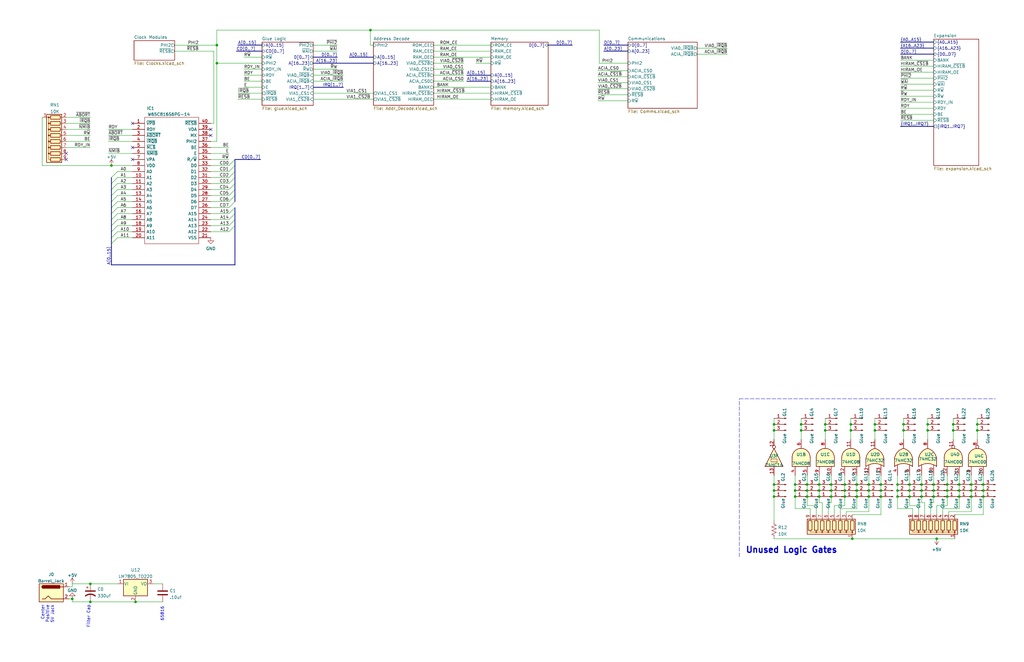
<source format=kicad_sch>
(kicad_sch (version 20211123) (generator eeschema)
  (paper "USLedger")
  (title_block (title "NEON Sunrise 65816 Mainboard") (date "2022-02-09") (rev "0.0") (comment 2 "Licensed under CERN-OHL-W v2") (comment 3 "https://github.com/Chef-Tom/NS65816") (comment 4 "Thomas Mottl"))
  (lib_symbols
    (symbol "74xx:74LS00" (pin_names (offset 1.016))
      (property "Reference" "U" (at 0 1.27 0))
      (property "Value" "74LS00" (at 0 -1.27 0))
      (symbol "74LS00_1_1"
        (pin input line (at -7.62 2.54 0) (length 3.81) (name "~") (number "1"))
        (pin input line (at -7.62 -2.54 0) (length 3.81) (name "~") (number "2"))
        (pin output inverted (at 7.62 0 180) (length 3.81) (name "~") (number "3"))
      )
      (symbol "74LS00_1_2"
        (pin input inverted (at -7.62 2.54 0) (length 4.318) (name "~") (number "1"))
        (pin input inverted (at -7.62 -2.54 0) (length 4.318) (name "~") (number "2"))
        (pin output line (at 7.62 0 180) (length 3.81) (name "~") (number "3"))
      )
      (symbol "74LS00_2_1"
        (pin input line (at -7.62 2.54 0) (length 3.81) (name "~") (number "4"))
        (pin input line (at -7.62 -2.54 0) (length 3.81) (name "~") (number "5"))
        (pin output inverted (at 7.62 0 180) (length 3.81) (name "~") (number "6"))
      )
      (symbol "74LS00_2_2"
        (pin input inverted (at -7.62 2.54 0) (length 4.318) (name "~") (number "4"))
        (pin input inverted (at -7.62 -2.54 0) (length 4.318) (name "~") (number "5"))
        (pin output line (at 7.62 0 180) (length 3.81) (name "~") (number "6"))
      )
      (symbol "74LS00_3_1"
        (pin input line (at -7.62 -2.54 0) (length 3.81) (name "~") (number "10"))
        (pin output inverted (at 7.62 0 180) (length 3.81) (name "~") (number "8"))
        (pin input line (at -7.62 2.54 0) (length 3.81) (name "~") (number "9"))
      )
      (symbol "74LS00_3_2"
        (pin input inverted (at -7.62 -2.54 0) (length 4.318) (name "~") (number "10"))
        (pin output line (at 7.62 0 180) (length 3.81) (name "~") (number "8"))
        (pin input inverted (at -7.62 2.54 0) (length 4.318) (name "~") (number "9"))
      )
      (symbol "74LS00_4_1"
        (pin output inverted (at 7.62 0 180) (length 3.81) (name "~") (number "11"))
        (pin input line (at -7.62 2.54 0) (length 3.81) (name "~") (number "12"))
        (pin input line (at -7.62 -2.54 0) (length 3.81) (name "~") (number "13"))
      )
      (symbol "74LS00_4_2"
        (pin output line (at 7.62 0 180) (length 3.81) (name "~") (number "11"))
        (pin input inverted (at -7.62 2.54 0) (length 4.318) (name "~") (number "12"))
        (pin input inverted (at -7.62 -2.54 0) (length 4.318) (name "~") (number "13"))
      )
      (symbol "74LS00_5_0"
        (pin power_in line (at 0 12.7 270) (length 5.08) (name "VCC") (number "14"))
        (pin power_in line (at 0 -12.7 90) (length 5.08) (name "GND") (number "7"))
      )
    )
    (symbol "74xx:74LS08" (pin_names (offset 1.016))
      (property "Reference" "U" (at 0 1.27 0))
      (property "Value" "74LS08" (at 0 -1.27 0))
      (symbol "74LS08_1_1"
        (pin input line (at -7.62 2.54 0) (length 3.81) (name "~") (number "1"))
        (pin input line (at -7.62 -2.54 0) (length 3.81) (name "~") (number "2"))
        (pin output line (at 7.62 0 180) (length 3.81) (name "~") (number "3"))
      )
      (symbol "74LS08_1_2"
        (pin input inverted (at -7.62 2.54 0) (length 4.318) (name "~") (number "1"))
        (pin input inverted (at -7.62 -2.54 0) (length 4.318) (name "~") (number "2"))
        (pin output inverted (at 7.62 0 180) (length 3.81) (name "~") (number "3"))
      )
      (symbol "74LS08_2_1"
        (pin input line (at -7.62 2.54 0) (length 3.81) (name "~") (number "4"))
        (pin input line (at -7.62 -2.54 0) (length 3.81) (name "~") (number "5"))
        (pin output line (at 7.62 0 180) (length 3.81) (name "~") (number "6"))
      )
      (symbol "74LS08_2_2"
        (pin input inverted (at -7.62 2.54 0) (length 4.318) (name "~") (number "4"))
        (pin input inverted (at -7.62 -2.54 0) (length 4.318) (name "~") (number "5"))
        (pin output inverted (at 7.62 0 180) (length 3.81) (name "~") (number "6"))
      )
      (symbol "74LS08_3_1"
        (pin input line (at -7.62 -2.54 0) (length 3.81) (name "~") (number "10"))
        (pin output line (at 7.62 0 180) (length 3.81) (name "~") (number "8"))
        (pin input line (at -7.62 2.54 0) (length 3.81) (name "~") (number "9"))
      )
      (symbol "74LS08_3_2"
        (pin input inverted (at -7.62 -2.54 0) (length 4.318) (name "~") (number "10"))
        (pin output inverted (at 7.62 0 180) (length 3.81) (name "~") (number "8"))
        (pin input inverted (at -7.62 2.54 0) (length 4.318) (name "~") (number "9"))
      )
      (symbol "74LS08_4_1"
        (pin output line (at 7.62 0 180) (length 3.81) (name "~") (number "11"))
        (pin input line (at -7.62 2.54 0) (length 3.81) (name "~") (number "12"))
        (pin input line (at -7.62 -2.54 0) (length 3.81) (name "~") (number "13"))
      )
      (symbol "74LS08_4_2"
        (pin output inverted (at 7.62 0 180) (length 3.81) (name "~") (number "11"))
        (pin input inverted (at -7.62 2.54 0) (length 4.318) (name "~") (number "12"))
        (pin input inverted (at -7.62 -2.54 0) (length 4.318) (name "~") (number "13"))
      )
      (symbol "74LS08_5_0"
        (pin power_in line (at 0 12.7 270) (length 5.08) (name "VCC") (number "14"))
        (pin power_in line (at 0 -12.7 90) (length 5.08) (name "GND") (number "7"))
      )
    )
    (symbol "74xx:74LS14" (pin_names (offset 1.016))
      (property "Reference" "U" (at 0 1.27 0))
      (property "Value" "74LS14" (at 0 -1.27 0))
      (symbol "74LS14_1_0"
        (pin input line (at -7.62 0 0) (length 3.81) (name "~") (number "1"))
        (pin output inverted (at 7.62 0 180) (length 3.81) (name "~") (number "2"))
      )
      (symbol "74LS14_2_0"
        (pin input line (at -7.62 0 0) (length 3.81) (name "~") (number "3"))
        (pin output inverted (at 7.62 0 180) (length 3.81) (name "~") (number "4"))
      )
      (symbol "74LS14_3_0"
        (pin input line (at -7.62 0 0) (length 3.81) (name "~") (number "5"))
        (pin output inverted (at 7.62 0 180) (length 3.81) (name "~") (number "6"))
      )
      (symbol "74LS14_4_0"
        (pin output inverted (at 7.62 0 180) (length 3.81) (name "~") (number "8"))
        (pin input line (at -7.62 0 0) (length 3.81) (name "~") (number "9"))
      )
      (symbol "74LS14_5_0"
        (pin output inverted (at 7.62 0 180) (length 3.81) (name "~") (number "10"))
        (pin input line (at -7.62 0 0) (length 3.81) (name "~") (number "11"))
      )
      (symbol "74LS14_6_0"
        (pin output inverted (at 7.62 0 180) (length 3.81) (name "~") (number "12"))
        (pin input line (at -7.62 0 0) (length 3.81) (name "~") (number "13"))
      )
      (symbol "74LS14_7_0"
        (pin power_in line (at 0 12.7 270) (length 5.08) (name "VCC") (number "14"))
        (pin power_in line (at 0 -12.7 90) (length 5.08) (name "GND") (number "7"))
      )
    )
    (symbol "74xx:74LS32" (pin_names (offset 1.016))
      (property "Reference" "U" (at 0 1.27 0))
      (property "Value" "74LS32" (at 0 -1.27 0))
      (symbol "74LS32_1_1"
        (pin input line (at -7.62 2.54 0) (length 4.318) (name "~") (number "1"))
        (pin input line (at -7.62 -2.54 0) (length 4.318) (name "~") (number "2"))
        (pin output line (at 7.62 0 180) (length 3.81) (name "~") (number "3"))
      )
      (symbol "74LS32_1_2"
        (pin input inverted (at -7.62 2.54 0) (length 3.81) (name "~") (number "1"))
        (pin input inverted (at -7.62 -2.54 0) (length 3.81) (name "~") (number "2"))
        (pin output inverted (at 7.62 0 180) (length 3.81) (name "~") (number "3"))
      )
      (symbol "74LS32_2_1"
        (pin input line (at -7.62 2.54 0) (length 4.318) (name "~") (number "4"))
        (pin input line (at -7.62 -2.54 0) (length 4.318) (name "~") (number "5"))
        (pin output line (at 7.62 0 180) (length 3.81) (name "~") (number "6"))
      )
      (symbol "74LS32_2_2"
        (pin input inverted (at -7.62 2.54 0) (length 3.81) (name "~") (number "4"))
        (pin input inverted (at -7.62 -2.54 0) (length 3.81) (name "~") (number "5"))
        (pin output inverted (at 7.62 0 180) (length 3.81) (name "~") (number "6"))
      )
      (symbol "74LS32_3_1"
        (pin input line (at -7.62 -2.54 0) (length 4.318) (name "~") (number "10"))
        (pin output line (at 7.62 0 180) (length 3.81) (name "~") (number "8"))
        (pin input line (at -7.62 2.54 0) (length 4.318) (name "~") (number "9"))
      )
      (symbol "74LS32_3_2"
        (pin input inverted (at -7.62 -2.54 0) (length 3.81) (name "~") (number "10"))
        (pin output inverted (at 7.62 0 180) (length 3.81) (name "~") (number "8"))
        (pin input inverted (at -7.62 2.54 0) (length 3.81) (name "~") (number "9"))
      )
      (symbol "74LS32_4_1"
        (pin output line (at 7.62 0 180) (length 3.81) (name "~") (number "11"))
        (pin input line (at -7.62 2.54 0) (length 4.318) (name "~") (number "12"))
        (pin input line (at -7.62 -2.54 0) (length 4.318) (name "~") (number "13"))
      )
      (symbol "74LS32_4_2"
        (pin output inverted (at 7.62 0 180) (length 3.81) (name "~") (number "11"))
        (pin input inverted (at -7.62 2.54 0) (length 3.81) (name "~") (number "12"))
        (pin input inverted (at -7.62 -2.54 0) (length 3.81) (name "~") (number "13"))
      )
      (symbol "74LS32_5_0"
        (pin power_in line (at 0 12.7 270) (length 5.08) (name "VCC") (number "14"))
        (pin power_in line (at 0 -12.7 90) (length 5.08) (name "GND") (number "7"))
      )
    )
    (symbol "Connector:Barrel_Jack" (pin_names (offset 1.016))
      (property "Reference" "J" (at 0 5.334 0))
      (property "Value" "Barrel_Jack" (at 0 -5.08 0))
      (symbol "Barrel_Jack_1_1"
        (pin passive line (at 7.62 2.54 180) (length 2.54) (name "~") (number "1"))
        (pin passive line (at 7.62 -2.54 180) (length 2.54) (name "~") (number "2"))
      )
    )
    (symbol "Connector:Conn_01x03_Male" (pin_names (offset 1.016) hide)
      (property "Reference" "J" (at 0 5.08 0))
      (property "Value" "Conn_01x03_Male" (at 0 -5.08 0))
      (symbol "Conn_01x03_Male_1_1"
        (pin passive line (at 5.08 2.54 180) (length 3.81) (name "Pin_1") (number "1"))
        (pin passive line (at 5.08 0 180) (length 3.81) (name "Pin_2") (number "2"))
        (pin passive line (at 5.08 -2.54 180) (length 3.81) (name "Pin_3") (number "3"))
      )
    )
    (symbol "Device:C" (pin_numbers hide) (pin_names (offset 0.254))
      (property "Reference" "C" (at 0.635 2.54 0))
      (property "Value" "C" (at 0.635 -2.54 0))
      (symbol "C_1_1"
        (pin passive line (at 0 3.81 270) (length 2.794) (name "~") (number "1"))
        (pin passive line (at 0 -3.81 90) (length 2.794) (name "~") (number "2"))
      )
    )
    (symbol "Device:C_Polarized_US" (pin_numbers hide) (pin_names (offset 0.254) hide)
      (property "Reference" "C" (at 0.635 2.54 0))
      (property "Value" "C_Polarized_US" (at 0.635 -2.54 0))
      (symbol "C_Polarized_US_1_1"
        (pin passive line (at 0 3.81 270) (length 2.794) (name "~") (number "1"))
        (pin passive line (at 0 -3.81 90) (length 3.302) (name "~") (number "2"))
      )
    )
    (symbol "Device:R_Network08" (pin_names (offset 0) hide)
      (property "Reference" "RN" (at -12.7 0 90))
      (property "Value" "R_Network08" (at 10.16 0 90))
      (symbol "R_Network08_1_1"
        (pin passive line (at -10.16 5.08 270) (length 2.54) (name "common") (number "1"))
        (pin passive line (at -10.16 -5.08 90) (length 1.27) (name "R1") (number "2"))
        (pin passive line (at -7.62 -5.08 90) (length 1.27) (name "R2") (number "3"))
        (pin passive line (at -5.08 -5.08 90) (length 1.27) (name "R3") (number "4"))
        (pin passive line (at -2.54 -5.08 90) (length 1.27) (name "R4") (number "5"))
        (pin passive line (at 0 -5.08 90) (length 1.27) (name "R5") (number "6"))
        (pin passive line (at 2.54 -5.08 90) (length 1.27) (name "R6") (number "7"))
        (pin passive line (at 5.08 -5.08 90) (length 1.27) (name "R7") (number "8"))
        (pin passive line (at 7.62 -5.08 90) (length 1.27) (name "R8") (number "9"))
      )
    )
    (symbol "Device:R_US" (pin_numbers hide) (pin_names (offset 0))
      (property "Reference" "R" (at 2.54 0 90))
      (property "Value" "R_US" (at -2.54 0 90))
      (symbol "R_US_1_1"
        (pin passive line (at 0 3.81 270) (length 1.27) (name "~") (number "1"))
        (pin passive line (at 0 -3.81 90) (length 1.27) (name "~") (number "2"))
      )
    )
    (symbol "Regulator_Linear:LM7805_TO220" (pin_names (offset 0.254))
      (property "Reference" "U" (at -3.81 3.175 0))
      (property "Value" "LM7805_TO220" (at 0 3.175 0))
      (symbol "LM7805_TO220_1_1"
        (pin power_in line (at -7.62 0 0) (length 2.54) (name "VI") (number "1"))
        (pin power_in line (at 0 -7.62 90) (length 2.54) (name "GND") (number "2"))
        (pin power_out line (at 7.62 0 180) (length 2.54) (name "VO") (number "3"))
      )
    )
    (symbol "W65C816S6PG-14:W65C816S6PG-14" (pin_names (offset 0.762))
      (property "Reference" "IC" (at 29.21 7.62 0))
      (property "Value" "W65C816S6PG-14" (at 29.21 5.08 0))
      (symbol "W65C816S6PG-14_0_0"
        (pin output line (at 0 0 0) (length 5.08) (name "~{VPB}") (number "1"))
        (pin output line (at 0 -22.86 0) (length 5.08) (name "A1") (number "10"))
        (pin output line (at 0 -25.4 0) (length 5.08) (name "A2") (number "11"))
        (pin output line (at 0 -27.94 0) (length 5.08) (name "A3") (number "12"))
        (pin output line (at 0 -30.48 0) (length 5.08) (name "A4") (number "13"))
        (pin output line (at 0 -33.02 0) (length 5.08) (name "A5") (number "14"))
        (pin output line (at 0 -35.56 0) (length 5.08) (name "A6") (number "15"))
        (pin output line (at 0 -38.1 0) (length 5.08) (name "A7") (number "16"))
        (pin output line (at 0 -40.64 0) (length 5.08) (name "A8") (number "17"))
        (pin output line (at 0 -43.18 0) (length 5.08) (name "A9") (number "18"))
        (pin output line (at 0 -45.72 0) (length 5.08) (name "A10") (number "19"))
        (pin bidirectional line (at 0 -2.54 0) (length 5.08) (name "RDY") (number "2"))
        (pin output line (at 0 -48.26 0) (length 5.08) (name "A11") (number "20"))
        (pin power_in line (at 33.02 -48.26 180) (length 5.08) (name "VSS") (number "21"))
        (pin output line (at 33.02 -45.72 180) (length 5.08) (name "A12") (number "22"))
        (pin output line (at 33.02 -43.18 180) (length 5.08) (name "A13") (number "23"))
        (pin output line (at 33.02 -40.64 180) (length 5.08) (name "A14") (number "24"))
        (pin output line (at 33.02 -38.1 180) (length 5.08) (name "A15") (number "25"))
        (pin bidirectional line (at 33.02 -35.56 180) (length 5.08) (name "D7") (number "26"))
        (pin bidirectional line (at 33.02 -33.02 180) (length 5.08) (name "D6") (number "27"))
        (pin bidirectional line (at 33.02 -30.48 180) (length 5.08) (name "D5") (number "28"))
        (pin bidirectional line (at 33.02 -27.94 180) (length 5.08) (name "D4") (number "29"))
        (pin input line (at 0 -5.08 0) (length 5.08) (name "~{ABORT}") (number "3"))
        (pin bidirectional line (at 33.02 -25.4 180) (length 5.08) (name "D3") (number "30"))
        (pin bidirectional line (at 33.02 -22.86 180) (length 5.08) (name "D2") (number "31"))
        (pin bidirectional line (at 33.02 -20.32 180) (length 5.08) (name "D1") (number "32"))
        (pin bidirectional line (at 33.02 -17.78 180) (length 5.08) (name "D0") (number "33"))
        (pin output line (at 33.02 -15.24 180) (length 5.08) (name "R/~{W}") (number "34"))
        (pin output line (at 33.02 -12.7 180) (length 5.08) (name "E") (number "35"))
        (pin input line (at 33.02 -10.16 180) (length 5.08) (name "BE") (number "36"))
        (pin input line (at 33.02 -7.62 180) (length 5.08) (name "PHI2") (number "37"))
        (pin output line (at 33.02 -5.08 180) (length 5.08) (name "MX") (number "38"))
        (pin output line (at 33.02 -2.54 180) (length 5.08) (name "VDA") (number "39"))
        (pin input line (at 0 -7.62 0) (length 5.08) (name "~{IRQB}") (number "4"))
        (pin input line (at 33.02 0 180) (length 5.08) (name "~{RESB}") (number "40"))
        (pin output line (at 0 -10.16 0) (length 5.08) (name "~{MLB}") (number "5"))
        (pin input line (at 0 -12.7 0) (length 5.08) (name "~{NMIB}") (number "6"))
        (pin output line (at 0 -15.24 0) (length 5.08) (name "VPA") (number "7"))
        (pin power_in line (at 0 -17.78 0) (length 5.08) (name "VDD") (number "8"))
        (pin output line (at 0 -20.32 0) (length 5.08) (name "A0") (number "9"))
      )
    )
    (symbol "power:+5V" (power) (pin_names (offset 0))
      (property "Value" "+5V" (at 0 3.556 0))
      (symbol "+5V_1_1"
        (pin power_in line (at 0 0 90) (length 0) hide (name "+5V") (number "1"))
      )
    )
    (symbol "power:GND" (power) (pin_names (offset 0))
      (property "Value" "GND" (at 0 -3.81 0))
      (symbol "GND_1_1"
        (pin power_in line (at 0 0 270) (length 0) hide (name "GND") (number "1"))
      )
    )
  )
  (junction (at 404.495 207.01))
  (junction (at 358.775 179.07))
  (junction (at 91.44 19.05))
  (junction (at 335.28 209.55))
  (junction (at 393.7 209.55))
  (junction (at 414.655 204.47))
  (junction (at 412.115 179.07))
  (junction (at 368.935 179.07))
  (junction (at 326.39 179.07))
  (junction (at 345.44 207.01))
  (junction (at 401.955 179.07))
  (junction (at 383.54 209.55))
  (junction (at 378.46 207.01))
  (junction (at 350.52 204.47))
  (junction (at 38.1 246.38))
  (junction (at 57.15 254))
  (junction (at 388.62 207.01))
  (junction (at 388.62 204.47))
  (junction (at 414.655 207.01))
  (junction (at 371.475 207.01))
  (junction (at 393.7 207.01))
  (junction (at 391.16 179.07))
  (junction (at 356.235 204.47))
  (junction (at 414.655 209.55))
  (junction (at 361.315 209.55))
  (junction (at 358.775 181.61))
  (junction (at 366.395 209.55))
  (junction (at 391.16 181.61))
  (junction (at 409.575 204.47))
  (junction (at 347.98 181.61))
  (junction (at 409.575 209.55))
  (junction (at 371.475 204.47))
  (junction (at 366.395 204.47))
  (junction (at 91.44 26.67))
  (junction (at 399.415 204.47))
  (junction (at 366.395 207.01))
  (junction (at 340.36 204.47))
  (junction (at 361.315 204.47))
  (junction (at 394.97 227.33))
  (junction (at 388.62 209.55))
  (junction (at 326.39 181.61))
  (junction (at 347.98 179.07))
  (junction (at 371.475 209.55))
  (junction (at 350.52 207.01))
  (junction (at 340.36 209.55))
  (junction (at 326.39 209.55))
  (junction (at 378.46 204.47))
  (junction (at 359.41 227.33))
  (junction (at 335.28 204.47))
  (junction (at 381 181.61))
  (junction (at 345.44 204.47))
  (junction (at 326.39 204.47))
  (junction (at 383.54 204.47))
  (junction (at 404.495 209.55))
  (junction (at 46.99 69.85))
  (junction (at 335.28 207.01))
  (junction (at 393.7 204.47))
  (junction (at 345.44 209.55))
  (junction (at 337.82 181.61))
  (junction (at 337.82 179.07))
  (junction (at 30.48 252.73))
  (junction (at 399.415 207.01))
  (junction (at 340.36 207.01))
  (junction (at 350.52 209.55))
  (junction (at 412.115 181.61))
  (junction (at 401.955 181.61))
  (junction (at 38.1 254))
  (junction (at 409.575 207.01))
  (junction (at 356.235 209.55))
  (junction (at 383.54 207.01))
  (junction (at 399.415 209.55))
  (junction (at 368.935 181.61))
  (junction (at 381 179.07))
  (junction (at 361.315 207.01))
  (junction (at 326.39 207.01))
  (junction (at 404.495 204.47))
  (junction (at 378.46 209.55))
  (junction (at 356.235 207.01))
  (junction (at 156.21 12.7))
  (no_connect (at 55.88 62.23))
  (no_connect (at 27.94 64.77))
  (no_connect (at 88.9 57.15))
  (no_connect (at 27.94 67.31))
  (no_connect (at 88.9 54.61))
  (no_connect (at 55.88 67.31))
  (no_connect (at 55.88 52.07))
  (bus_entry (at 96.52 87.63) (size 2.54 -2.54))
  (bus_entry (at 96.52 69.85) (size 2.54 -2.54))
  (bus_entry (at 96.52 82.55) (size 2.54 -2.54))
  (bus_entry (at 96.52 80.01) (size 2.54 -2.54))
  (bus_entry (at 96.52 77.47) (size 2.54 -2.54))
  (bus_entry (at 96.52 85.09) (size 2.54 -2.54))
  (bus_entry (at 96.52 74.93) (size 2.54 -2.54))
  (bus_entry (at 96.52 72.39) (size 2.54 -2.54))
  (bus_entry (at 49.53 90.17) (size -2.54 2.54))
  (bus_entry (at 49.53 92.71) (size -2.54 2.54))
  (bus_entry (at 49.53 100.33) (size -2.54 2.54))
  (bus_entry (at 49.53 95.25) (size -2.54 2.54))
  (bus_entry (at 49.53 97.79) (size -2.54 2.54))
  (bus_entry (at 49.53 80.01) (size -2.54 2.54))
  (bus_entry (at 49.53 82.55) (size -2.54 2.54))
  (bus_entry (at 49.53 85.09) (size -2.54 2.54))
  (bus_entry (at 49.53 87.63) (size -2.54 2.54))
  (bus_entry (at 49.53 77.47) (size -2.54 2.54))
  (bus_entry (at 49.53 74.93) (size -2.54 2.54))
  (bus_entry (at 49.53 72.39) (size -2.54 2.54))
  (bus_entry (at 99.06 95.25) (size -2.54 2.54))
  (bus_entry (at 99.06 92.71) (size -2.54 2.54))
  (bus_entry (at 99.06 90.17) (size -2.54 2.54))
  (bus_entry (at 99.06 87.63) (size -2.54 2.54))
  (wire (pts (xy 102.87 34.29) (xy 110.49 34.29)))
  (wire (pts (xy 392.43 217.17) (xy 392.43 212.09)))
  (wire (pts (xy 110.49 24.13) (xy 102.87 24.13)))
  (wire (pts (xy 326.39 209.55) (xy 326.39 219.71)))
  (wire (pts (xy 409.575 200.66) (xy 409.575 204.47)))
  (wire (pts (xy 49.53 82.55) (xy 55.88 82.55)))
  (wire (pts (xy 383.54 200.66) (xy 383.54 204.47)))
  (wire (pts (xy 326.39 176.53) (xy 326.39 179.07)))
  (wire (pts (xy 399.415 207.01) (xy 399.415 209.55)))
  (wire (pts (xy 361.315 214.63) (xy 361.315 209.55)))
  (wire (pts (xy 38.1 246.38) (xy 49.53 246.38)))
  (bus (pts (xy 99.06 67.31) (xy 99.06 69.85)))
  (wire (pts (xy 368.935 179.07) (xy 368.935 181.61)))
  (wire (pts (xy 182.88 41.91) (xy 207.01 41.91)))
  (wire (pts (xy 182.88 31.75) (xy 195.58 31.75)))
  (wire (pts (xy 394.97 217.17) (xy 394.97 213.36)))
  (wire (pts (xy 383.54 207.01) (xy 383.54 209.55)))
  (wire (pts (xy 88.9 77.47) (xy 96.52 77.47)))
  (bus (pts (xy 99.695 21.59) (xy 110.49 21.59)))
  (wire (pts (xy 132.08 31.75) (xy 144.78 31.75)))
  (wire (pts (xy 387.35 217.17) (xy 387.35 213.36)))
  (wire (pts (xy 345.44 212.09) (xy 345.44 209.55)))
  (wire (pts (xy 358.775 176.53) (xy 358.775 179.07)))
  (wire (pts (xy 350.52 200.66) (xy 350.52 204.47)))
  (wire (pts (xy 399.415 213.36) (xy 399.415 209.55)))
  (wire (pts (xy 371.475 207.01) (xy 371.475 209.55)))
  (wire (pts (xy 361.315 200.66) (xy 361.315 204.47)))
  (wire (pts (xy 337.82 179.07) (xy 337.82 181.61)))
  (wire (pts (xy 358.775 181.61) (xy 358.775 185.42)))
  (wire (pts (xy 393.7 212.09) (xy 393.7 209.55)))
  (wire (pts (xy 264.795 32.385) (xy 252.095 32.385)))
  (wire (pts (xy 402.59 217.17) (xy 414.655 217.17)))
  (wire (pts (xy 30.48 246.38) (xy 38.1 246.38)))
  (wire (pts (xy 182.88 24.13) (xy 207.01 24.13)))
  (wire (pts (xy 88.9 85.09) (xy 96.52 85.09)))
  (wire (pts (xy 399.415 204.47) (xy 399.415 207.01)))
  (wire (pts (xy 64.77 246.38) (xy 68.58 246.38)))
  (wire (pts (xy 90.17 52.07) (xy 90.17 21.59)))
  (wire (pts (xy 45.72 59.69) (xy 55.88 59.69)))
  (wire (pts (xy 182.88 29.21) (xy 195.58 29.21)))
  (wire (pts (xy 347.98 176.53) (xy 347.98 179.07)))
  (wire (pts (xy 349.25 212.09) (xy 350.52 212.09)))
  (wire (pts (xy 379.73 48.26) (xy 393.7 48.26)))
  (wire (pts (xy 378.46 214.63) (xy 378.46 209.55)))
  (wire (pts (xy 88.9 64.77) (xy 96.52 64.77)))
  (wire (pts (xy 361.315 207.01) (xy 361.315 209.55)))
  (wire (pts (xy 347.98 179.07) (xy 347.98 181.61)))
  (wire (pts (xy 356.87 217.17) (xy 356.87 215.9)))
  (wire (pts (xy 182.88 39.37) (xy 207.01 39.37)))
  (wire (pts (xy 49.53 77.47) (xy 55.88 77.47)))
  (bus (pts (xy 379.73 17.78) (xy 393.7 17.78)))
  (bus (pts (xy 196.85 31.75) (xy 207.01 31.75)))
  (wire (pts (xy 49.53 74.93) (xy 55.88 74.93)))
  (wire (pts (xy 252.73 12.7) (xy 156.21 12.7)))
  (wire (pts (xy 326.39 207.01) (xy 326.39 209.55)))
  (wire (pts (xy 391.16 179.07) (xy 391.16 181.61)))
  (wire (pts (xy 110.49 36.83) (xy 102.87 36.83)))
  (wire (pts (xy 200.66 26.67) (xy 207.01 26.67)))
  (wire (pts (xy 389.89 212.09) (xy 388.62 212.09)))
  (wire (pts (xy 294.005 22.86) (xy 306.705 22.86)))
  (wire (pts (xy 354.33 214.63) (xy 354.33 217.17)))
  (wire (pts (xy 57.15 254) (xy 68.58 254)))
  (wire (pts (xy 412.115 176.53) (xy 412.115 179.07)))
  (wire (pts (xy 371.475 217.17) (xy 371.475 209.55)))
  (bus (pts (xy 99.06 87.63) (xy 99.06 90.17)))
  (wire (pts (xy 49.53 72.39) (xy 55.88 72.39)))
  (wire (pts (xy 366.395 207.01) (xy 366.395 209.55)))
  (wire (pts (xy 340.36 204.47) (xy 340.36 207.01)))
  (wire (pts (xy 88.9 74.93) (xy 96.52 74.93)))
  (wire (pts (xy 344.17 217.17) (xy 344.17 213.36)))
  (wire (pts (xy 379.73 45.72) (xy 393.7 45.72)))
  (wire (pts (xy 337.82 176.53) (xy 337.82 179.07)))
  (wire (pts (xy 49.53 90.17) (xy 55.88 90.17)))
  (bus (pts (xy 99.06 77.47) (xy 99.06 80.01)))
  (wire (pts (xy 394.97 227.33) (xy 402.59 227.33)))
  (bus (pts (xy 100.33 19.05) (xy 110.49 19.05)))
  (wire (pts (xy 414.655 200.66) (xy 414.655 204.47)))
  (wire (pts (xy 404.495 207.01) (xy 404.495 209.55)))
  (wire (pts (xy 384.81 214.63) (xy 378.46 214.63)))
  (wire (pts (xy 73.66 21.59) (xy 90.17 21.59)))
  (wire (pts (xy 397.51 214.63) (xy 404.495 214.63)))
  (wire (pts (xy 326.39 200.66) (xy 326.39 204.47)))
  (wire (pts (xy 132.08 29.21) (xy 142.24 29.21)))
  (wire (pts (xy 391.16 176.53) (xy 391.16 179.07)))
  (wire (pts (xy 345.44 207.01) (xy 345.44 209.55)))
  (wire (pts (xy 378.46 207.01) (xy 378.46 209.55)))
  (wire (pts (xy 91.44 26.67) (xy 110.49 26.67)))
  (wire (pts (xy 132.08 19.05) (xy 142.24 19.05)))
  (bus (pts (xy 231.14 19.05) (xy 241.3 19.05)))
  (wire (pts (xy 110.49 29.21) (xy 102.87 29.21)))
  (bus (pts (xy 99.06 80.01) (xy 99.06 82.55)))
  (wire (pts (xy 381 179.07) (xy 381 181.61)))
  (bus (pts (xy 99.06 92.71) (xy 99.06 95.25)))
  (wire (pts (xy 350.52 207.01) (xy 350.52 209.55)))
  (wire (pts (xy 389.89 217.17) (xy 389.89 212.09)))
  (wire (pts (xy 412.115 181.61) (xy 412.115 185.42)))
  (wire (pts (xy 182.88 26.67) (xy 195.58 26.67)))
  (wire (pts (xy 391.16 181.61) (xy 391.16 185.42)))
  (wire (pts (xy 384.81 217.17) (xy 384.81 214.63)))
  (wire (pts (xy 347.98 181.61) (xy 347.98 185.42)))
  (wire (pts (xy 252.095 42.545) (xy 264.795 42.545)))
  (wire (pts (xy 356.235 213.36) (xy 356.235 209.55)))
  (wire (pts (xy 340.36 207.01) (xy 340.36 209.55)))
  (wire (pts (xy 394.97 213.36) (xy 399.415 213.36)))
  (bus (pts (xy 99.06 72.39) (xy 99.06 74.93)))
  (wire (pts (xy 38.1 54.61) (xy 27.94 54.61)))
  (wire (pts (xy 182.88 36.83) (xy 207.01 36.83)))
  (bus (pts (xy 46.99 87.63) (xy 46.99 90.17)))
  (wire (pts (xy 91.44 59.69) (xy 88.9 59.69)))
  (bus (pts (xy 393.7 53.34) (xy 379.73 53.34)))
  (wire (pts (xy 358.775 179.07) (xy 358.775 181.61)))
  (wire (pts (xy 412.115 179.07) (xy 412.115 181.61)))
  (wire (pts (xy 414.655 204.47) (xy 414.655 207.01)))
  (wire (pts (xy 379.73 27.94) (xy 393.7 27.94)))
  (wire (pts (xy 371.475 204.47) (xy 371.475 207.01)))
  (wire (pts (xy 393.7 40.64) (xy 379.73 40.64)))
  (wire (pts (xy 73.66 19.05) (xy 91.44 19.05)))
  (wire (pts (xy 341.63 217.17) (xy 341.63 214.63)))
  (wire (pts (xy 409.575 204.47) (xy 409.575 207.01)))
  (wire (pts (xy 49.53 95.25) (xy 55.88 95.25)))
  (wire (pts (xy 294.005 20.32) (xy 306.705 20.32)))
  (wire (pts (xy 368.935 181.61) (xy 368.935 185.42)))
  (bus (pts (xy 46.99 95.25) (xy 46.99 97.79)))
  (wire (pts (xy 264.795 37.465) (xy 252.095 37.465)))
  (bus (pts (xy 99.06 74.93) (xy 99.06 77.47)))
  (bus (pts (xy 46.99 102.87) (xy 46.99 111.76)))
  (wire (pts (xy 393.7 207.01) (xy 393.7 209.55)))
  (bus (pts (xy 254.635 19.05) (xy 264.795 19.05)))
  (wire (pts (xy 346.71 212.09) (xy 345.44 212.09)))
  (wire (pts (xy 38.1 52.07) (xy 27.94 52.07)))
  (wire (pts (xy 381 176.53) (xy 381 179.07)))
  (wire (pts (xy 354.33 214.63) (xy 361.315 214.63)))
  (bus (pts (xy 46.99 97.79) (xy 46.99 100.33)))
  (wire (pts (xy 388.62 207.01) (xy 388.62 209.55)))
  (wire (pts (xy 102.87 31.75) (xy 110.49 31.75)))
  (wire (pts (xy 399.415 200.66) (xy 399.415 204.47)))
  (bus (pts (xy 132.08 24.13) (xy 142.24 24.13)))
  (wire (pts (xy 27.94 62.23) (xy 38.1 62.23)))
  (wire (pts (xy 49.53 92.71) (xy 55.88 92.71)))
  (wire (pts (xy 252.73 26.67) (xy 252.73 12.7)))
  (wire (pts (xy 100.33 41.91) (xy 110.49 41.91)))
  (wire (pts (xy 345.44 204.47) (xy 345.44 207.01)))
  (wire (pts (xy 346.71 217.17) (xy 346.71 212.09)))
  (wire (pts (xy 366.395 215.9) (xy 366.395 209.55)))
  (wire (pts (xy 132.08 34.29) (xy 144.78 34.29)))
  (wire (pts (xy 132.08 41.91) (xy 157.48 41.91)))
  (wire (pts (xy 379.73 43.18) (xy 393.7 43.18)))
  (wire (pts (xy 182.88 19.05) (xy 207.01 19.05)))
  (polyline (pts (xy 311.785 234.95) (xy 311.785 168.275)))
  (wire (pts (xy 88.9 67.31) (xy 96.52 67.31)))
  (wire (pts (xy 88.9 92.71) (xy 96.52 92.71)))
  (wire (pts (xy 91.44 19.05) (xy 91.44 26.67)))
  (wire (pts (xy 88.9 90.17) (xy 96.52 90.17)))
  (bus (pts (xy 46.99 100.33) (xy 46.99 102.87)))
  (wire (pts (xy 27.94 57.15) (xy 38.1 57.15)))
  (wire (pts (xy 359.41 227.33) (xy 394.97 227.33)))
  (wire (pts (xy 45.72 54.61) (xy 55.88 54.61)))
  (bus (pts (xy 379.73 20.32) (xy 393.7 20.32)))
  (bus (pts (xy 254.635 21.59) (xy 264.795 21.59)))
  (wire (pts (xy 350.52 204.47) (xy 350.52 207.01)))
  (bus (pts (xy 99.06 67.31) (xy 109.855 67.31)))
  (wire (pts (xy 393.7 200.66) (xy 393.7 204.47)))
  (wire (pts (xy 356.235 207.01) (xy 356.235 209.55)))
  (bus (pts (xy 99.06 95.25) (xy 99.06 111.76)))
  (wire (pts (xy 366.395 204.47) (xy 366.395 207.01)))
  (wire (pts (xy 341.63 214.63) (xy 335.28 214.63)))
  (wire (pts (xy 400.05 215.9) (xy 409.575 215.9)))
  (wire (pts (xy 409.575 207.01) (xy 409.575 209.55)))
  (wire (pts (xy 361.315 204.47) (xy 361.315 207.01)))
  (polyline (pts (xy 311.785 168.275) (xy 419.735 168.275)))
  (wire (pts (xy 356.235 204.47) (xy 356.235 207.01)))
  (wire (pts (xy 350.52 212.09) (xy 350.52 209.55)))
  (wire (pts (xy 393.7 38.1) (xy 379.73 38.1)))
  (wire (pts (xy 91.44 26.67) (xy 91.44 59.69)))
  (wire (pts (xy 371.475 200.66) (xy 371.475 204.47)))
  (bus (pts (xy 46.99 80.01) (xy 46.99 82.55)))
  (wire (pts (xy 401.955 176.53) (xy 401.955 179.07)))
  (wire (pts (xy 30.48 254) (xy 38.1 254)))
  (wire (pts (xy 264.795 26.67) (xy 252.73 26.67)))
  (wire (pts (xy 88.9 69.85) (xy 96.52 69.85)))
  (wire (pts (xy 49.53 97.79) (xy 55.88 97.79)))
  (wire (pts (xy 414.655 217.17) (xy 414.655 209.55)))
  (wire (pts (xy 17.78 69.85) (xy 17.78 49.53)))
  (wire (pts (xy 387.35 213.36) (xy 383.54 213.36)))
  (wire (pts (xy 340.36 200.66) (xy 340.36 204.47)))
  (wire (pts (xy 88.9 82.55) (xy 96.52 82.55)))
  (wire (pts (xy 252.095 40.005) (xy 264.795 40.005)))
  (wire (pts (xy 400.05 217.17) (xy 400.05 215.9)))
  (bus (pts (xy 46.99 90.17) (xy 46.99 92.71)))
  (wire (pts (xy 368.935 176.53) (xy 368.935 179.07)))
  (wire (pts (xy 378.46 204.47) (xy 378.46 207.01)))
  (wire (pts (xy 381 181.61) (xy 381 185.42)))
  (wire (pts (xy 366.395 200.66) (xy 366.395 204.47)))
  (bus (pts (xy 46.99 111.76) (xy 99.06 111.76)))
  (wire (pts (xy 156.21 19.05) (xy 156.21 12.7)))
  (wire (pts (xy 404.495 200.66) (xy 404.495 204.47)))
  (wire (pts (xy 49.53 85.09) (xy 55.88 85.09)))
  (wire (pts (xy 326.39 181.61) (xy 326.39 185.42)))
  (wire (pts (xy 88.9 87.63) (xy 96.52 87.63)))
  (wire (pts (xy 351.79 213.36) (xy 356.235 213.36)))
  (wire (pts (xy 404.495 214.63) (xy 404.495 209.55)))
  (bus (pts (xy 46.99 74.93) (xy 46.99 77.47)))
  (wire (pts (xy 132.08 21.59) (xy 142.24 21.59)))
  (wire (pts (xy 182.88 34.29) (xy 195.58 34.29)))
  (bus (pts (xy 99.06 69.85) (xy 99.06 72.39)))
  (wire (pts (xy 29.21 252.73) (xy 30.48 252.73)))
  (wire (pts (xy 388.62 204.47) (xy 388.62 207.01)))
  (wire (pts (xy 30.48 252.73) (xy 30.48 254)))
  (bus (pts (xy 196.85 34.29) (xy 207.01 34.29)))
  (wire (pts (xy 392.43 212.09) (xy 393.7 212.09)))
  (wire (pts (xy 90.17 52.07) (xy 88.9 52.07)))
  (wire (pts (xy 335.28 214.63) (xy 335.28 209.55)))
  (wire (pts (xy 401.955 179.07) (xy 401.955 181.61)))
  (wire (pts (xy 38.1 254) (xy 57.15 254)))
  (wire (pts (xy 393.7 50.8) (xy 379.73 50.8)))
  (wire (pts (xy 356.87 215.9) (xy 366.395 215.9)))
  (bus (pts (xy 99.06 90.17) (xy 99.06 92.71)))
  (wire (pts (xy 156.21 12.7) (xy 91.44 12.7)))
  (wire (pts (xy 379.73 30.48) (xy 393.7 30.48)))
  (bus (pts (xy 132.08 36.83) (xy 144.78 36.83)))
  (wire (pts (xy 335.28 204.47) (xy 335.28 207.01)))
  (wire (pts (xy 45.72 57.15) (xy 55.88 57.15)))
  (wire (pts (xy 388.62 200.66) (xy 388.62 204.47)))
  (wire (pts (xy 404.495 204.47) (xy 404.495 207.01)))
  (wire (pts (xy 46.99 69.85) (xy 17.78 69.85)))
  (wire (pts (xy 409.575 215.9) (xy 409.575 209.55)))
  (wire (pts (xy 326.39 227.33) (xy 359.41 227.33)))
  (wire (pts (xy 414.655 207.01) (xy 414.655 209.55)))
  (wire (pts (xy 88.9 62.23) (xy 96.52 62.23)))
  (wire (pts (xy 88.9 72.39) (xy 96.52 72.39)))
  (wire (pts (xy 91.44 12.7) (xy 91.44 19.05)))
  (wire (pts (xy 345.44 200.66) (xy 345.44 204.47)))
  (wire (pts (xy 46.99 69.85) (xy 55.88 69.85)))
  (bus (pts (xy 46.99 77.47) (xy 46.99 80.01)))
  (wire (pts (xy 88.9 95.25) (xy 96.52 95.25)))
  (wire (pts (xy 88.9 97.79) (xy 96.52 97.79)))
  (wire (pts (xy 335.28 207.01) (xy 335.28 209.55)))
  (bus (pts (xy 99.06 82.55) (xy 99.06 85.09)))
  (bus (pts (xy 46.99 82.55) (xy 46.99 85.09)))
  (wire (pts (xy 45.72 64.77) (xy 55.88 64.77)))
  (wire (pts (xy 351.79 217.17) (xy 351.79 213.36)))
  (bus (pts (xy 46.99 92.71) (xy 46.99 95.25)))
  (bus (pts (xy 46.99 85.09) (xy 46.99 87.63)))
  (wire (pts (xy 397.51 214.63) (xy 397.51 217.17)))
  (wire (pts (xy 100.33 39.37) (xy 110.49 39.37)))
  (wire (pts (xy 383.54 204.47) (xy 383.54 207.01)))
  (wire (pts (xy 326.39 179.07) (xy 326.39 181.61)))
  (bus (pts (xy 132.08 26.67) (xy 157.48 26.67)))
  (wire (pts (xy 401.955 181.61) (xy 401.955 185.42)))
  (wire (pts (xy 88.9 80.01) (xy 96.52 80.01)))
  (wire (pts (xy 340.36 213.36) (xy 340.36 209.55)))
  (wire (pts (xy 359.41 217.17) (xy 371.475 217.17)))
  (wire (pts (xy 349.25 217.17) (xy 349.25 212.09)))
  (wire (pts (xy 49.53 87.63) (xy 55.88 87.63)))
  (wire (pts (xy 49.53 100.33) (xy 55.88 100.33)))
  (wire (pts (xy 393.7 35.56) (xy 379.73 35.56)))
  (wire (pts (xy 264.795 34.925) (xy 252.095 34.925)))
  (wire (pts (xy 326.39 204.47) (xy 326.39 207.01)))
  (wire (pts (xy 378.46 200.66) (xy 378.46 204.47)))
  (wire (pts (xy 182.88 21.59) (xy 207.01 21.59)))
  (wire (pts (xy 38.1 49.53) (xy 27.94 49.53)))
  (wire (pts (xy 264.795 29.845) (xy 252.095 29.845)))
  (wire (pts (xy 30.48 247.65) (xy 30.48 246.38)))
  (wire (pts (xy 38.1 59.69) (xy 27.94 59.69)))
  (bus (pts (xy 393.7 22.86) (xy 379.73 22.86)))
  (wire (pts (xy 337.82 181.61) (xy 337.82 185.42)))
  (wire (pts (xy 29.21 247.65) (xy 30.48 247.65)))
  (wire (pts (xy 132.08 39.37) (xy 157.48 39.37)))
  (wire (pts (xy 393.7 204.47) (xy 393.7 207.01)))
  (wire (pts (xy 383.54 213.36) (xy 383.54 209.55)))
  (wire (pts (xy 49.53 80.01) (xy 55.88 80.01)))
  (wire (pts (xy 393.7 33.02) (xy 379.73 33.02)))
  (wire (pts (xy 157.48 19.05) (xy 156.21 19.05)))
  (wire (pts (xy 379.73 25.4) (xy 393.7 25.4)))
  (wire (pts (xy 335.28 200.66) (xy 335.28 204.47)))
  (bus (pts (xy 147.32 24.13) (xy 157.48 24.13)))
  (wire (pts (xy 388.62 212.09) (xy 388.62 209.55)))
  (wire (pts (xy 356.235 200.66) (xy 356.235 204.47)))
  (wire (pts (xy 344.17 213.36) (xy 340.36 213.36)))
  (text "65816" (at 69.215 255.905 270) (effects (font (size 1.27 1.27)) (justify right bottom)))
  (text "Unused Logic Gates" (at 314.325 233.68 0) (effects (font (size 2.54 2.54) (thickness 0.508) bold) (justify left bottom)))
  (text "Center\nPositive\n5V Jack" (at 22.86 255.27 270) (effects (font (size 1.27 1.27)) (justify right bottom)))
  (text "Filter Cap" (at 38.1 255.27 270) (effects (font (size 1.27 1.27)) (justify right bottom)))
  (label "HIRAM_OE" (at 184.15 41.91 0))
  (label "CD3" (at 96.52 77.47 180))
  (label "VIA1_CS1" (at 146.05 39.37 0))
  (label "VIA0_~{CS2B}" (at 252.095 37.465 0))
  (label "R~{W}" (at 96.52 67.31 180))
  (label "BE" (at 102.87 34.29 0))
  (label "E" (at 102.87 36.83 0))
  (label "RDY" (at 102.87 31.75 0))
  (label "~{IRQB}" (at 38.1 52.07 180))
  (label "D[0..7]" (at 254.635 19.05 0))
  (label "~{R}W" (at 142.24 29.21 180))
  (label "CD4" (at 96.52 80.01 180))
  (label "HIRAM_~{CS1B}" (at 379.73 27.94 0))
  (label "BANK" (at 184.15 36.83 0))
  (label "A[0..15]" (at 100.33 19.05 0))
  (label "{IRQ1..IRQ7}" (at 379.73 53.34 0))
  (label "~{IRQB}" (at 100.33 39.37 0))
  (label "A14" (at 96.52 92.71 180))
  (label "ACIA_CS0" (at 195.58 34.29 180))
  (label "A1" (at 50.8 74.93 0))
  (label "A12" (at 96.52 97.79 180))
  (label "PHI2" (at 83.82 19.05 180))
  (label "R~{W}" (at 102.87 24.13 0))
  (label "A5" (at 50.8 85.09 0))
  (label "~{PHI2}" (at 142.24 19.05 180))
  (label "BE" (at 96.52 62.23 180))
  (label "A[0..15]" (at 46.99 111.76 90))
  (label "CD2" (at 96.52 74.93 180))
  (label "HIRAM_OE" (at 379.73 30.48 0))
  (label "BE" (at 38.1 59.69 180))
  (label "BANK" (at 379.73 25.4 0))
  (label "~{NMIB}" (at 45.72 64.77 0))
  (label "~{IRQB}" (at 45.72 59.69 0))
  (label "ACIA_~{CS1B}" (at 195.58 31.75 180))
  (label "RAM_OE" (at 185.42 24.13 0))
  (label "~{R}W" (at 379.73 40.64 0))
  (label "R~{W}" (at 38.1 57.15 180))
  (label "~{WAI}" (at 142.24 21.59 180))
  (label "A15" (at 96.52 90.17 180))
  (label "A8" (at 50.8 92.71 0))
  (label "VIA0_~{IRQB}" (at 144.78 31.75 180))
  (label "ROM_CE" (at 185.42 19.05 0))
  (label "ACIA_~{CS1B}" (at 252.095 32.385 0))
  (label "R~{W}" (at 252.095 42.545 0))
  (label "ACIA_~{IRQB}" (at 144.78 34.29 180))
  (label "A3" (at 50.8 80.01 0))
  (label "A13" (at 96.52 95.25 180))
  (label "CD5" (at 96.52 82.55 180))
  (label "A2" (at 50.8 77.47 0))
  (label "VIA0_CS1" (at 195.58 29.21 180))
  (label "E" (at 96.52 64.77 180))
  (label "R~{W}" (at 379.73 38.1 0))
  (label "A[0..15]" (at 196.85 31.75 0))
  (label "CD[0..7]" (at 99.695 21.59 0))
  (label "A10" (at 50.8 97.79 0))
  (label "~{PHI2}" (at 379.73 33.02 0))
  (label "CD1" (at 96.52 72.39 180))
  (label "~{ABORT}" (at 38.1 49.53 180))
  (label "A[16..23]" (at 142.24 26.67 180))
  (label "~{ABORT}" (at 45.72 57.15 0))
  (label "RDY_IN" (at 102.87 29.21 0))
  (label "A0" (at 50.8 72.39 0))
  (label "A[16..23]" (at 196.85 34.29 0))
  (label "A[0..23]" (at 254.635 21.59 0))
  (label "A9" (at 50.8 95.25 0))
  (label "~{RESB}" (at 379.73 50.8 0))
  (label "RDY_IN" (at 38.1 62.23 180))
  (label "~{RESB}" (at 100.33 41.91 0))
  (label "{A16..A23}" (at 379.73 20.32 0))
  (label "HIRAM_~{CS1B}" (at 184.15 39.37 0))
  (label "RDY" (at 379.73 45.72 0))
  (label "~{RESB}" (at 252.095 40.005 0))
  (label "RDY" (at 45.72 54.61 0))
  (label "IRQ[1..7]" (at 144.78 36.83 180))
  (label "~{WAI}" (at 379.73 35.56 0))
  (label "{A0..A15}" (at 379.73 17.78 0))
  (label "RAM_CE" (at 185.42 21.59 0))
  (label "A7" (at 50.8 90.17 0))
  (label "VIA1_~{CS2B}" (at 146.05 41.91 0))
  (label "CD6" (at 96.52 85.09 180))
  (label "~{NMIB}" (at 38.1 54.61 180))
  (label "VIA0_CS1" (at 252.095 34.925 0))
  (label "CD7" (at 96.52 87.63 180))
  (label "ACIA_CS0" (at 252.095 29.845 0))
  (label "RDY_IN" (at 379.73 43.18 0))
  (label "VIA0_~{CS2B}" (at 195.58 26.67 180))
  (label "A[0..15]" (at 147.32 24.13 0))
  (label "A4" (at 50.8 82.55 0))
  (label "D[0..7]" (at 379.73 22.86 0))
  (label "D[0..7]" (at 142.24 24.13 180))
  (label "CD[0..7]" (at 109.855 67.31 180))
  (label "CD0" (at 96.52 69.85 180))
  (label "D[0..7]" (at 241.3 19.05 180))
  (label "A11" (at 50.8 100.33 0))
  (label "PHI2" (at 258.445 26.67 180))
  (label "~{RESB}" (at 83.82 21.59 180))
  (label "VIA0_~{IRQB}" (at 306.705 20.32 180))
  (label "BE" (at 379.73 48.26 0))
  (label "A6" (at 50.8 87.63 0))
  (label "R~{W}" (at 200.66 26.67 0))
  (label "ACIA_~{IRQB}" (at 306.705 22.86 180))
  (symbol (lib_id "Connector:Conn_01x03_Male") (at 376.555 207.01 180) (unit 1)
    (property "Reference" "GL14" (at 375.285 203.2 90) (effects (justify right)))
    (property "Value" "Glue" (at 375.285 214.63 90) (effects (justify right)))
    (property "Footprint" "Connector_PinHeader_2.54mm:PinHeader_1x03_P2.54mm_Vertical" (effects hide))
  )
  (symbol (lib_id "Connector:Conn_01x03_Male") (at 350.52 207.01 180) (unit 1)
    (property "Reference" "GL6" (at 349.25 203.2 90) (effects (justify right)))
    (property "Value" "Glue" (at 349.25 214.63 90) (effects (justify right)))
    (property "Footprint" "Connector_PinHeader_2.54mm:PinHeader_1x03_P2.54mm_Vertical" (effects hide))
  )
  (symbol (lib_id "Connector:Conn_01x03_Male") (at 398.78 207.01 180) (unit 1)
    (property "Reference" "GL20" (at 397.51 203.2 90) (effects (justify right)))
    (property "Value" "Glue" (at 397.51 214.63 90) (effects (justify right)))
    (property "Footprint" "Connector_PinHeader_2.54mm:PinHeader_1x03_P2.54mm_Vertical" (effects hide))
  )
  (symbol (lib_id "Regulator_Linear:LM7805_TO220") (at 57.15 246.38 0) (unit 1)
    (property "Reference" "U12" (at 57.15 240.5085 0))
    (property "Value" "LM7805_TO220" (at 57.15 243.2836 0))
    (property "Footprint" "Package_TO_SOT_THT:TO-220-3_Horizontal_TabDown" (effects hide))
    (property "Datasheet" "https://www.onsemi.cn/PowerSolutions/document/MC7800-D.PDF" (effects hide))
  )
  (symbol (lib_id "Connector:Conn_01x03_Male") (at 363.855 179.07 0) (mirror y) (unit 1)
    (property "Reference" "GL10" (at 363.22 172.085 90) (effects (justify right)))
    (property "Value" "Glue" (at 363.22 182.88 90) (effects (justify right)))
    (property "Footprint" "Connector_PinHeader_2.54mm:PinHeader_1x03_P2.54mm_Vertical" (effects hide))
  )
  (symbol (lib_id "Device:R_Network08") (at 392.43 222.25 180) (unit 1)
    (property "Reference" "RN9" (at 404.622 221.0875 0) (effects (justify right)))
    (property "Value" "10K" (at 404.622 223.8626 0) (effects (justify right)))
    (property "Footprint" "Resistor_THT:R_Array_SIP9" (effects hide))
    (property "Datasheet" "http://www.vishay.com/docs/31509/csc.pdf" (effects hide))
  )
  (symbol (lib_id "Connector:Conn_01x03_Male") (at 417.195 179.07 0) (mirror y) (unit 1)
    (property "Reference" "GL25" (at 416.56 172.085 90) (effects (justify right)))
    (property "Value" "Glue" (at 416.56 182.88 90) (effects (justify right)))
    (property "Footprint" "Connector_PinHeader_2.54mm:PinHeader_1x03_P2.54mm_Vertical" (effects hide))
  )
  (symbol (lib_id "Connector:Conn_01x03_Male") (at 383.54 207.01 180) (unit 1)
    (property "Reference" "GL15" (at 382.27 203.2 90) (effects (justify right)))
    (property "Value" "Glue" (at 382.27 214.63 90) (effects (justify right)))
    (property "Footprint" "Connector_PinHeader_2.54mm:PinHeader_1x03_P2.54mm_Vertical" (effects hide))
  )
  (symbol (lib_id "Device:C_Polarized_US") (at 38.1 250.19 0) (unit 1)
    (property "Reference" "C0" (at 41.021 248.6465 0) (effects (justify left)))
    (property "Value" "330uf" (at 41.021 251.4216 0) (effects (justify left)))
    (property "Footprint" "Capacitor_THT:CP_Radial_D8.0mm_P3.80mm" (effects hide))
  )
  (symbol (lib_id "Connector:Conn_01x03_Male") (at 414.655 207.01 180) (unit 1)
    (property "Reference" "GL24" (at 413.385 203.2 90) (effects (justify right)))
    (property "Value" "Glue" (at 413.385 214.63 90) (effects (justify right)))
    (property "Footprint" "Connector_PinHeader_2.54mm:PinHeader_1x03_P2.54mm_Vertical" (effects hide))
  )
  (symbol (lib_id "power:GND") (at 88.9 100.33 0) (unit 1)
    (property "Reference" "#PWR0105" (effects hide))
    (property "Value" "GND" (at 88.9 104.8925 0))
  )
  (symbol (lib_id "Connector:Conn_01x03_Male") (at 355.6 207.01 180) (unit 1)
    (property "Reference" "GL8" (at 354.33 203.2 90) (effects (justify right)))
    (property "Value" "Glue" (at 354.33 214.63 90) (effects (justify right)))
    (property "Footprint" "Connector_PinHeader_2.54mm:PinHeader_1x03_P2.54mm_Vertical" (effects hide))
  )
  (symbol (lib_id "Connector:Conn_01x03_Male") (at 393.7 207.01 180) (unit 1)
    (property "Reference" "GL18" (at 392.43 203.2 90) (effects (justify right)))
    (property "Value" "Glue" (at 392.43 214.63 90) (effects (justify right)))
    (property "Footprint" "Connector_PinHeader_2.54mm:PinHeader_1x03_P2.54mm_Vertical" (effects hide))
  )
  (symbol (lib_id "74xx:74LS32") (at 368.935 193.04 90) (unit 4)
    (property "Reference" "U2" (at 367.03 191.77 90) (effects (justify right)))
    (property "Value" "74HC32" (at 365.125 194.31 90) (effects (justify right)))
    (property "Footprint" "Package_DIP:DIP-14_W7.62mm_Socket_LongPads" (effects hide))
    (property "Datasheet" "http://www.ti.com/lit/gpn/sn74LS32" (effects hide))
  )
  (symbol (lib_id "power:GND") (at 30.48 252.73 180) (unit 1)
    (property "Reference" "#PWR0101" (effects hide))
    (property "Value" "GND" (at 30.48 249.1255 0))
  )
  (symbol (lib_id "Device:R_US") (at 326.39 223.52 0) (unit 1)
    (property "Reference" "R12" (at 328.041 222.6115 0) (effects (justify left)))
    (property "Value" "10K" (at 328.041 225.3866 0) (effects (justify left)))
    (property "Footprint" "Resistor_THT:R_Axial_DIN0207_L6.3mm_D2.5mm_P10.16mm_Horizontal" (effects hide))
  )
  (symbol (lib_id "Connector:Conn_01x03_Male") (at 374.015 179.07 0) (mirror y) (unit 1)
    (property "Reference" "GL13" (at 373.38 172.085 90) (effects (justify right)))
    (property "Value" "Glue" (at 373.38 182.88 90) (effects (justify right)))
    (property "Footprint" "Connector_PinHeader_2.54mm:PinHeader_1x03_P2.54mm_Vertical" (effects hide))
  )
  (symbol (lib_id "power:+5V") (at 30.48 246.38 0) (unit 1)
    (property "Reference" "#PWR0102" (effects hide))
    (property "Value" "+5V" (at 30.48 242.7755 0))
  )
  (symbol (lib_id "Connector:Conn_01x03_Male") (at 361.315 207.01 180) (unit 1)
    (property "Reference" "GL9" (at 360.045 203.2 90) (effects (justify right)))
    (property "Value" "Glue" (at 360.045 214.63 90) (effects (justify right)))
    (property "Footprint" "Connector_PinHeader_2.54mm:PinHeader_1x03_P2.54mm_Vertical" (effects hide))
  )
  (symbol (lib_id "74xx:74LS00") (at 412.115 193.04 90) (unit 3)
    (property "Reference" "U4" (at 410.845 192.405 90) (effects (justify right)))
    (property "Value" "74HC00" (at 408.305 194.945 90) (effects (justify right)))
    (property "Footprint" "Package_DIP:DIP-14_W7.62mm_Socket_LongPads" (effects hide))
    (property "Datasheet" "http://www.ti.com/lit/gpn/sn74ls00" (effects hide))
  )
  (symbol (lib_id "Connector:Conn_01x03_Male") (at 331.47 179.07 0) (mirror y) (unit 1)
    (property "Reference" "GL1" (at 330.835 172.085 90) (effects (justify right)))
    (property "Value" "Glue" (at 330.835 182.88 90) (effects (justify right)))
    (property "Footprint" "Connector_PinHeader_2.54mm:PinHeader_1x03_P2.54mm_Vertical" (effects hide))
  )
  (symbol (lib_id "power:+5V") (at 46.99 69.85 0) (unit 1)
    (property "Reference" "#PWR0106" (effects hide))
    (property "Value" "+5V" (at 46.99 66.2455 0))
  )
  (symbol (lib_id "Connector:Conn_01x03_Male") (at 388.62 207.01 180) (unit 1)
    (property "Reference" "GL17" (at 387.35 203.2 90) (effects (justify right)))
    (property "Value" "Glue" (at 387.35 214.63 90) (effects (justify right)))
    (property "Footprint" "Connector_PinHeader_2.54mm:PinHeader_1x03_P2.54mm_Vertical" (effects hide))
  )
  (symbol (lib_id "Connector:Conn_01x03_Male") (at 396.24 179.07 0) (mirror y) (unit 1)
    (property "Reference" "GL19" (at 395.605 172.085 90) (effects (justify right)))
    (property "Value" "Glue" (at 395.605 182.88 90) (effects (justify right)))
    (property "Footprint" "Connector_PinHeader_2.54mm:PinHeader_1x03_P2.54mm_Vertical" (effects hide))
  )
  (symbol (lib_id "Connector:Conn_01x03_Male") (at 386.08 179.07 0) (mirror y) (unit 1)
    (property "Reference" "GL16" (at 385.445 172.085 90) (effects (justify right)))
    (property "Value" "Glue" (at 385.445 182.88 90) (effects (justify right)))
    (property "Footprint" "Connector_PinHeader_2.54mm:PinHeader_1x03_P2.54mm_Vertical" (effects hide))
  )
  (symbol (lib_id "74xx:74LS08") (at 358.775 193.04 90) (unit 4)
    (property "Reference" "U1" (at 358.775 191.77 90))
    (property "Value" "74HC08" (at 358.775 194.945 90))
    (property "Footprint" "Package_DIP:DIP-14_W7.62mm_LongPads" (effects hide))
    (property "Datasheet" "http://www.ti.com/lit/gpn/sn74LS08" (effects hide))
  )
  (symbol (lib_id "Connector:Conn_01x03_Male") (at 409.575 207.01 180) (unit 1)
    (property "Reference" "GL23" (at 408.305 203.2 90) (effects (justify right)))
    (property "Value" "Glue" (at 408.305 214.63 90) (effects (justify right)))
    (property "Footprint" "Connector_PinHeader_2.54mm:PinHeader_1x03_P2.54mm_Vertical" (effects hide))
  )
  (symbol (lib_id "power:+5V") (at 394.97 227.33 180) (unit 1)
    (property "Reference" "#PWR0103" (effects hide))
    (property "Value" "+5V" (at 394.97 231.8925 0))
  )
  (symbol (lib_id "Connector:Conn_01x03_Male") (at 353.06 179.07 0) (mirror y) (unit 1)
    (property "Reference" "GL7" (at 352.425 172.085 90) (effects (justify right)))
    (property "Value" "Glue" (at 352.425 182.88 90) (effects (justify right)))
    (property "Footprint" "Connector_PinHeader_2.54mm:PinHeader_1x03_P2.54mm_Vertical" (effects hide))
  )
  (symbol (lib_id "Connector:Conn_01x03_Male") (at 340.36 207.01 180) (unit 1)
    (property "Reference" "GL3" (at 339.09 203.2 90) (effects (justify right)))
    (property "Value" "Glue" (at 339.09 214.63 90) (effects (justify right)))
    (property "Footprint" "Connector_PinHeader_2.54mm:PinHeader_1x03_P2.54mm_Vertical" (effects hide))
  )
  (symbol (lib_id "74xx:74LS08") (at 347.98 193.04 90) (unit 3)
    (property "Reference" "U1" (at 347.98 191.77 90))
    (property "Value" "74HC08" (at 347.98 194.945 90))
    (property "Footprint" "Package_DIP:DIP-14_W7.62mm_LongPads" (effects hide))
    (property "Datasheet" "http://www.ti.com/lit/gpn/sn74LS08" (effects hide))
  )
  (symbol (lib_id "74xx:74LS08") (at 337.82 193.04 90) (unit 2)
    (property "Reference" "U1" (at 337.82 191.77 90))
    (property "Value" "74HC08" (at 337.82 195.58 90))
    (property "Footprint" "Package_DIP:DIP-14_W7.62mm_LongPads" (effects hide))
    (property "Datasheet" "http://www.ti.com/lit/gpn/sn74LS08" (effects hide))
  )
  (symbol (lib_id "Connector:Conn_01x03_Male") (at 419.735 207.01 180) (unit 1)
    (property "Reference" "GL26" (at 418.465 203.2 90) (effects (justify right)))
    (property "Value" "Glue" (at 418.465 214.63 90) (effects (justify right)))
    (property "Footprint" "Connector_PinHeader_2.54mm:PinHeader_1x03_P2.54mm_Vertical" (effects hide))
  )
  (symbol (lib_id "74xx:74LS32") (at 381 193.04 90) (unit 2)
    (property "Reference" "U2" (at 379.095 191.77 90) (effects (justify right)))
    (property "Value" "74HC32" (at 377.19 194.31 90) (effects (justify right)))
    (property "Footprint" "Package_DIP:DIP-14_W7.62mm_Socket_LongPads" (effects hide))
    (property "Datasheet" "http://www.ti.com/lit/gpn/sn74LS32" (effects hide))
  )
  (symbol (lib_id "Connector:Conn_01x03_Male") (at 404.495 207.01 180) (unit 1)
    (property "Reference" "GL21" (at 403.225 203.2 90) (effects (justify right)))
    (property "Value" "Glue" (at 403.225 214.63 90) (effects (justify right)))
    (property "Footprint" "Connector_PinHeader_2.54mm:PinHeader_1x03_P2.54mm_Vertical" (effects hide))
  )
  (symbol (lib_id "Device:C") (at 68.58 250.19 0) (unit 1)
    (property "Reference" "C1" (at 71.501 249.2815 0) (effects (justify left)))
    (property "Value" ".10uf" (at 71.501 252.0566 0) (effects (justify left)))
    (property "Footprint" "Capacitor_THT:C_Disc_D5.0mm_W2.5mm_P2.50mm" (effects hide))
  )
  (symbol (lib_id "Connector:Conn_01x03_Male") (at 345.44 207.01 180) (unit 1)
    (property "Reference" "GL5" (at 344.17 203.2 90) (effects (justify right)))
    (property "Value" "Glue" (at 344.17 214.63 90) (effects (justify right)))
    (property "Footprint" "Connector_PinHeader_2.54mm:PinHeader_1x03_P2.54mm_Vertical" (effects hide))
  )
  (symbol (lib_id "Connector:Barrel_Jack") (at 21.59 250.19 0) (unit 1)
    (property "Reference" "J0" (at 21.59 242.4135 0))
    (property "Value" "Barrel_Jack" (at 21.59 245.1886 0))
    (property "Footprint" "Connector_BarrelJack:BarrelJack_SwitchcraftConxall_RAPC10U_Horizontal" (effects hide))
  )
  (symbol (lib_id "Device:R_Network08") (at 22.86 59.69 90) (mirror x) (unit 1)
    (property "Reference" "RN1" (at 23.114 44.2935 90))
    (property "Value" "10K" (at 23.114 47.0686 90))
    (property "Footprint" "Resistor_THT:R_Array_SIP9" (effects hide))
    (property "Datasheet" "http://www.vishay.com/docs/31509/csc.pdf" (effects hide))
  )
  (symbol (lib_id "74xx:74LS32") (at 391.16 193.04 90) (unit 3)
    (property "Reference" "U2" (at 389.89 191.77 90) (effects (justify right)))
    (property "Value" "74HC32" (at 387.35 193.675 90) (effects (justify right)))
    (property "Footprint" "Package_DIP:DIP-14_W7.62mm_Socket_LongPads" (effects hide))
    (property "Datasheet" "http://www.ti.com/lit/gpn/sn74LS32" (effects hide))
  )
  (symbol (lib_id "74xx:74LS14") (at 326.39 193.04 90) (unit 6)
    (property "Reference" "U3" (at 324.485 192.405 90) (effects (justify right)))
    (property "Value" "74HC14" (at 322.58 196.215 90) (effects (justify right)))
    (property "Footprint" "Package_DIP:DIP-14_W7.62mm_Socket_LongPads" (effects hide))
    (property "Datasheet" "http://www.ti.com/lit/gpn/sn74LS14" (effects hide))
  )
  (symbol (lib_id "Connector:Conn_01x03_Male") (at 331.47 207.01 180) (unit 1)
    (property "Reference" "GL2" (at 330.2 203.2 90) (effects (justify right)))
    (property "Value" "Glue" (at 330.2 214.63 90) (effects (justify right)))
    (property "Footprint" "Connector_PinHeader_2.54mm:PinHeader_1x03_P2.54mm_Vertical" (effects hide))
  )
  (symbol (lib_id "Device:R_Network08") (at 349.25 222.25 180) (unit 1)
    (property "Reference" "RN8" (at 361.442 221.0875 0) (effects (justify right)))
    (property "Value" "10K" (at 361.442 223.8626 0) (effects (justify right)))
    (property "Footprint" "Resistor_THT:R_Array_SIP9" (effects hide))
    (property "Datasheet" "http://www.vishay.com/docs/31509/csc.pdf" (effects hide))
  )
  (symbol (lib_id "Connector:Conn_01x03_Male") (at 407.035 179.07 0) (mirror y) (unit 1)
    (property "Reference" "GL22" (at 406.4 172.085 90) (effects (justify right)))
    (property "Value" "Glue" (at 406.4 182.88 90) (effects (justify right)))
    (property "Footprint" "Connector_PinHeader_2.54mm:PinHeader_1x03_P2.54mm_Vertical" (effects hide))
  )
  (symbol (lib_id "Connector:Conn_01x03_Male") (at 342.9 179.07 0) (mirror y) (unit 1)
    (property "Reference" "GL4" (at 342.265 172.085 90) (effects (justify right)))
    (property "Value" "Glue" (at 342.265 182.88 90) (effects (justify right)))
    (property "Footprint" "Connector_PinHeader_2.54mm:PinHeader_1x03_P2.54mm_Vertical" (effects hide))
  )
  (symbol (lib_id "W65C816S6PG-14:W65C816S6PG-14") (at 55.88 52.07 0) (unit 1)
    (property "Reference" "IC1" (at 63.5 45.72 0))
    (property "Value" "W65C816S6PG-14" (at 62.23 48.26 0) (effects (justify left)))
    (property "Footprint" "Package_DIP:DIP-40_W15.24mm_LongPads" (effects hide))
    (property "Datasheet" "http://www.westerndesigncenter.com/wdc/documentation/w65c816s.pdf" (effects hide))
    (property "Description" "Microprocessors - MPU 8/16-bit Microprocessor" (effects hide))
    (property "Height" "4.826" (effects hide))
    (property "Manufacturer_Name" "Western Design Center (WDC)" (effects hide))
    (property "Manufacturer_Part_Number" "W65C816S6PG-14" (effects hide))
    (property "Mouser Part Number" "955-W65C02S6TPG-14" (effects hide))
    (property "Mouser Price/Stock" "https://www.mouser.co.uk/ProductDetail/Western-Design-Center-WDC/W65C02S6TPG-14?qs=opBjA1TV903lvWo9AEKH5w%3D%3D" (effects hide))
  )
  (symbol (lib_id "Connector:Conn_01x03_Male") (at 366.395 207.01 180) (unit 1)
    (property "Reference" "GL11" (at 365.125 203.2 90) (effects (justify right)))
    (property "Value" "Glue" (at 365.125 214.63 90) (effects (justify right)))
    (property "Footprint" "Connector_PinHeader_2.54mm:PinHeader_1x03_P2.54mm_Vertical" (effects hide))
  )
  (symbol (lib_id "74xx:74LS00") (at 401.955 193.04 90) (unit 4)
    (property "Reference" "U4" (at 400.685 191.77 90) (effects (justify right)))
    (property "Value" "74HC00" (at 398.145 194.945 90) (effects (justify right)))
    (property "Footprint" "Package_DIP:DIP-14_W7.62mm_Socket_LongPads" (effects hide))
    (property "Datasheet" "http://www.ti.com/lit/gpn/sn74ls00" (effects hide))
  )
  (symbol (lib_id "Connector:Conn_01x03_Male") (at 371.475 207.01 180) (unit 1)
    (property "Reference" "GL12" (at 370.205 203.2 90) (effects (justify right)))
    (property "Value" "Glue" (at 370.205 214.63 90) (effects (justify right)))
    (property "Footprint" "Connector_PinHeader_2.54mm:PinHeader_1x03_P2.54mm_Vertical" (effects hide))
  )
  (sheet (at 393.7 16.51) (size 19.05 53.34) (stroke (width 0.1524))
    (property "Sheet name" "Expansion" (at 393.7 15.7984 0) (effects (justify left bottom)))
    (property "Sheet file" "expansion.kicad_sch" (at 393.7 70.4346 0) (effects (justify left top)))
    (pin "BANK" input (at 393.7 25.4 180))
    (pin "HIRAM_OE" input (at 393.7 30.48 180))
    (pin "~{PHI2}" input (at 393.7 33.02 180))
    (pin "~{WAI}" input (at 393.7 35.56 180))
    (pin "R~{W}" input (at 393.7 38.1 180))
    (pin "~{R}W" input (at 393.7 40.64 180))
    (pin "RDY_IN" input (at 393.7 43.18 180))
    (pin "RDY" input (at 393.7 45.72 180))
    (pin "BE" input (at 393.7 48.26 180))
    (pin "~{RESB}" input (at 393.7 50.8 180))
    (pin "{A0..A15}" input (at 393.7 17.78 180))
    (pin "{D0..D7}" bidirectional (at 393.7 22.86 180))
    (pin "{A16..A23}" input (at 393.7 20.32 180))
    (pin "HIRAM_~{CS1B}" input (at 393.7 27.94 180))
    (pin "{IRQ1..IRQ7}" output (at 393.7 53.34 180))
  )
  (sheet (at 157.48 17.78) (size 25.4 26.67) (stroke (width 0.1524))
    (property "Sheet name" "Address Decode" (at 157.48 17.0684 0) (effects (justify left bottom)))
    (property "Sheet file" "Addr_Decode.kicad_sch" (at 157.48 45.0346 0) (effects (justify left top)))
    (pin "A[0..15]" input (at 157.48 24.13 180))
    (pin "A[16..23]" input (at 157.48 26.67 180))
    (pin "PHI2" input (at 157.48 19.05 180))
    (pin "ROM_CE" output (at 182.88 19.05 0))
    (pin "RAM_CE" output (at 182.88 21.59 0))
    (pin "RAM_OE" output (at 182.88 24.13 0))
    (pin "VIA0_~{CS2B}" output (at 182.88 26.67 0))
    (pin "VIA0_CS1" output (at 182.88 29.21 0))
    (pin "ACIA_~{CS1B}" output (at 182.88 31.75 0))
    (pin "ACIA_CS0" output (at 182.88 34.29 0))
    (pin "BANK" output (at 182.88 36.83 0))
    (pin "HIRAM_~{CS1B}" output (at 182.88 39.37 0))
    (pin "HIRAM_OE" output (at 182.88 41.91 0))
    (pin "VIA1_CS1" output (at 157.48 39.37 180))
    (pin "VIA1_~{CS2B}" output (at 157.48 41.91 180))
  )
  (sheet (at 264.795 17.78) (size 29.21 27.94) (stroke (width 0.1524))
    (property "Sheet name" "Communications" (at 264.795 17.0684 0) (effects (justify left bottom)))
    (property "Sheet file" "Comms.kicad_sch" (at 264.795 46.3046 0) (effects (justify left top)))
    (pin "ACIA_CS0" input (at 264.795 29.845 180))
    (pin "R~{W}" input (at 264.795 42.545 180))
    (pin "~{RESB}" input (at 264.795 40.005 180))
    (pin "VIA0_~{CS2B}" input (at 264.795 37.465 180))
    (pin "VIA0_CS1" input (at 264.795 34.925 180))
    (pin "ACIA_~{CS1B}" input (at 264.795 32.385 180))
    (pin "VIA0_~{IRQB}" output (at 294.005 20.32 0))
    (pin "ACIA_~{IRQB}" output (at 294.005 22.86 0))
    (pin "PHI2" input (at 264.795 26.67 180))
    (pin "D[0..7]" bidirectional (at 264.795 19.05 180))
    (pin "A[0..23]" input (at 264.795 21.59 180))
  )
  (sheet (at 56.515 17.145) (size 17.145 8.255) (stroke (width 0.1524))
    (property "Sheet name" "Clock Modules" (at 56.515 16.4334 0) (effects (justify left bottom)))
    (property "Sheet file" "Clocks.kicad_sch" (at 56.515 25.9846 0) (effects (justify left top)))
    (pin "PHI2" output (at 73.66 19.05 0))
    (pin "~{RESB}" output (at 73.66 21.59 0))
  )
  (sheet (at 110.49 17.78) (size 21.59 26.67) (stroke (width 0.1524))
    (property "Sheet name" "Glue Logic" (at 110.49 17.0684 0) (effects (justify left bottom)))
    (property "Sheet file" "glue.kicad_sch" (at 110.49 45.0346 0) (effects (justify left top)))
    (pin "PHI2" input (at 110.49 26.67 180))
    (pin "RDY_IN" input (at 110.49 29.21 180))
    (pin "R~{W}" input (at 110.49 24.13 180))
    (pin "RDY" bidirectional (at 110.49 31.75 180))
    (pin "BE" input (at 110.49 34.29 180))
    (pin "~{PHI2}" output (at 132.08 19.05 0))
    (pin "~{WAI}" output (at 132.08 21.59 0))
    (pin "~{R}W" output (at 132.08 29.21 0))
    (pin "ACIA_~{IRQB}" input (at 132.08 34.29 0))
    (pin "~{IRQB}" output (at 110.49 39.37 180))
    (pin "VIA0_~{IRQB}" input (at 132.08 31.75 0))
    (pin "D[0..7]" bidirectional (at 132.08 24.13 0))
    (pin "A[16..23]" output (at 132.08 26.67 0))
    (pin "IRQ[1..7]" input (at 132.08 36.83 0))
    (pin "A[0..15]" input (at 110.49 19.05 180))
    (pin "CD[0..7]" bidirectional (at 110.49 21.59 180))
    (pin "VIA1_CS1" input (at 132.08 39.37 0))
    (pin "~{RESB}" input (at 110.49 41.91 180))
    (pin "VIA1_~{CS2B}" input (at 132.08 41.91 0))
    (pin "E" input (at 110.49 36.83 180))
  )
  (sheet (at 207.01 17.78) (size 24.13 26.67) (stroke (width 0.1524))
    (property "Sheet name" "Memory" (at 207.01 17.0684 0) (effects (justify left bottom)))
    (property "Sheet file" "memory.kicad_sch" (at 207.01 45.0346 0) (effects (justify left top)))
    (pin "A[0..15]" input (at 207.01 31.75 180))
    (pin "A[16..23]" input (at 207.01 34.29 180))
    (pin "ROM_CE" input (at 207.01 19.05 180))
    (pin "RAM_CE" input (at 207.01 21.59 180))
    (pin "RAM_OE" input (at 207.01 24.13 180))
    (pin "R~{W}" input (at 207.01 26.67 180))
    (pin "D[0..7]" bidirectional (at 231.14 19.05 0))
    (pin "BANK" input (at 207.01 36.83 180))
    (pin "HIRAM_~{CS1B}" input (at 207.01 39.37 180))
    (pin "HIRAM_OE" input (at 207.01 41.91 180))
  )
)
</source>
